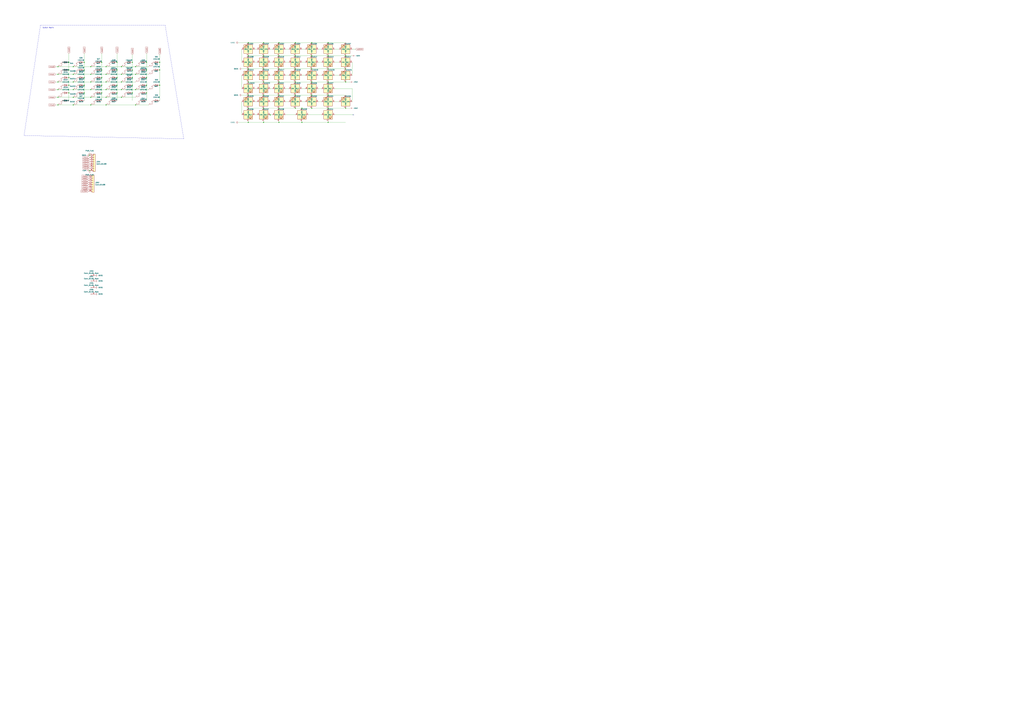
<source format=kicad_sch>
(kicad_sch (version 20211123) (generator eeschema)
  (paper "A0")
  (junction (at 170.18 72.39))
  (junction (at 323.85 49.53))
  (junction (at 288.29 110.49))
  (junction (at 342.9 95.25))
  (junction (at 323.85 142.24))
  (junction (at 135.89 81.28))
  (junction (at 85.09 95.25))
  (junction (at 67.31 113.03))
  (junction (at 381 80.01))
  (junction (at 140.97 113.03))
  (junction (at 67.31 121.92))
  (junction (at 97.79 107.95))
  (junction (at 105.41 77.47))
  (junction (at 118.11 81.28))
  (junction (at 306.07 49.53))
  (junction (at 104.14 180.34))
  (junction (at 306.07 110.49))
  (junction (at 80.01 107.95))
  (junction (at 323.85 95.25))
  (junction (at 153.67 90.17))
  (junction (at 140.97 77.47))
  (junction (at 118.11 72.39))
  (junction (at 105.41 113.03))
  (junction (at 306.07 142.24))
  (junction (at 381 95.25))
  (junction (at 185.42 72.39))
  (junction (at 361.95 95.25))
  (junction (at 85.09 86.36))
  (junction (at 350.52 142.24))
  (junction (at 97.79 99.06))
  (junction (at 342.9 125.73))
  (junction (at 381 142.24))
  (junction (at 288.29 125.73))
  (junction (at 288.29 95.25))
  (junction (at 288.29 80.01))
  (junction (at 381 49.53))
  (junction (at 170.18 81.28))
  (junction (at 67.31 77.47))
  (junction (at 135.89 99.06))
  (junction (at 85.09 104.14))
  (junction (at 140.97 95.25))
  (junction (at 361.95 110.49))
  (junction (at 105.41 86.36))
  (junction (at 381 64.77))
  (junction (at 157.48 121.92))
  (junction (at 135.89 107.95))
  (junction (at 342.9 49.53))
  (junction (at 361.95 49.53))
  (junction (at 401.32 64.77))
  (junction (at 85.09 113.03))
  (junction (at 135.89 90.17))
  (junction (at 97.79 72.39))
  (junction (at 323.85 80.01))
  (junction (at 85.09 77.47))
  (junction (at 313.69 133.35))
  (junction (at 123.19 77.47))
  (junction (at 361.95 80.01))
  (junction (at 80.01 99.06))
  (junction (at 80.01 90.17))
  (junction (at 342.9 110.49))
  (junction (at 123.19 121.92))
  (junction (at 323.85 125.73))
  (junction (at 140.97 104.14))
  (junction (at 157.48 86.36))
  (junction (at 153.67 72.39))
  (junction (at 153.67 99.06))
  (junction (at 80.01 81.28))
  (junction (at 306.07 95.25))
  (junction (at 97.79 81.28))
  (junction (at 288.29 64.77))
  (junction (at 342.9 80.01))
  (junction (at 323.85 110.49))
  (junction (at 170.18 99.06))
  (junction (at 123.19 104.14))
  (junction (at 288.29 49.53))
  (junction (at 153.67 107.95))
  (junction (at 361.95 64.77))
  (junction (at 67.31 95.25))
  (junction (at 85.09 121.92))
  (junction (at 118.11 90.17))
  (junction (at 97.79 90.17))
  (junction (at 401.32 80.01))
  (junction (at 381 125.73))
  (junction (at 185.42 81.28))
  (junction (at 157.48 104.14))
  (junction (at 123.19 86.36))
  (junction (at 306.07 80.01))
  (junction (at 288.29 142.24))
  (junction (at 67.31 104.14))
  (junction (at 67.31 86.36))
  (junction (at 157.48 77.47))
  (junction (at 153.67 81.28))
  (junction (at 123.19 95.25))
  (junction (at 105.41 121.92))
  (junction (at 118.11 99.06))
  (junction (at 118.11 107.95))
  (junction (at 361.95 125.73))
  (junction (at 401.32 125.73))
  (junction (at 185.42 99.06))
  (junction (at 105.41 95.25))
  (junction (at 342.9 64.77))
  (junction (at 323.85 64.77))
  (junction (at 401.32 95.25))
  (junction (at 170.18 90.17))
  (junction (at 105.41 104.14))
  (junction (at 306.07 125.73))
  (junction (at 80.01 72.39))
  (junction (at 140.97 86.36))
  (junction (at 135.89 72.39))
  (junction (at 170.18 107.95))
  (junction (at 381 110.49))
  (junction (at 306.07 64.77))
  (junction (at 104.14 198.12))
  (junction (at 123.19 113.03))
  (junction (at 350.52 125.73))
  (no_connect (at 410.21 133.35))
  (wire (pts (xy 381 142.24) (xy 381 140.97)))
  (wire (pts (xy 298.45 118.11) (xy 295.91 118.11)))
  (wire (pts (xy 80.01 90.17) (xy 80.01 99.06)))
  (wire (pts (xy 323.85 64.77) (xy 342.9 64.77)))
  (wire (pts (xy 316.23 133.35) (xy 313.69 133.35)))
  (wire (pts (xy 288.29 142.24) (xy 306.07 142.24)))
  (wire (pts (xy 185.42 63.5) (xy 185.42 72.39)))
  (wire (pts (xy 135.89 107.95) (xy 135.89 99.06)))
  (wire (pts (xy 354.33 102.87) (xy 350.52 102.87)))
  (wire (pts (xy 276.86 49.53) (xy 288.29 49.53)))
  (wire (pts (xy 342.9 125.73) (xy 350.52 125.73)))
  (wire (pts (xy 140.97 95.25) (xy 157.48 95.25)))
  (wire (pts (xy 140.97 104.14) (xy 157.48 104.14)))
  (wire (pts (xy 67.31 77.47) (xy 85.09 77.47)))
  (wire (pts (xy 373.38 72.39) (xy 369.57 72.39)))
  (wire (pts (xy 80.01 99.06) (xy 80.01 107.95)))
  (wire (pts (xy 335.28 57.15) (xy 331.47 57.15)))
  (wire (pts (xy 350.52 142.24) (xy 381 142.24)))
  (wire (pts (xy 381 49.53) (xy 401.32 49.53)))
  (wire (pts (xy 135.89 99.06) (xy 135.89 90.17)))
  (wire (pts (xy 393.7 87.63) (xy 388.62 87.63)))
  (wire (pts (xy 123.19 104.14) (xy 140.97 104.14)))
  (wire (pts (xy 350.52 125.73) (xy 361.95 125.73)))
  (wire (pts (xy 170.18 107.95) (xy 170.18 116.84)))
  (wire (pts (xy 381 64.77) (xy 401.32 64.77)))
  (wire (pts (xy 105.41 95.25) (xy 123.19 95.25)))
  (wire (pts (xy 123.19 121.92) (xy 157.48 121.92)))
  (wire (pts (xy 85.09 113.03) (xy 105.41 113.03)))
  (wire (pts (xy 306.07 110.49) (xy 323.85 110.49)))
  (wire (pts (xy 288.29 80.01) (xy 306.07 80.01)))
  (wire (pts (xy 373.38 57.15) (xy 369.57 57.15)))
  (wire (pts (xy 85.09 86.36) (xy 105.41 86.36)))
  (wire (pts (xy 373.38 102.87) (xy 369.57 102.87)))
  (wire (pts (xy 280.67 118.11) (xy 280.67 133.35)))
  (wire (pts (xy 64.77 121.92) (xy 67.31 121.92)))
  (wire (pts (xy 140.97 113.03) (xy 157.48 113.03)))
  (wire (pts (xy 388.62 133.35) (xy 410.21 133.35)))
  (wire (pts (xy 323.85 95.25) (xy 342.9 95.25)))
  (wire (pts (xy 306.07 95.25) (xy 323.85 95.25)))
  (wire (pts (xy 316.23 102.87) (xy 313.69 102.87)))
  (wire (pts (xy 298.45 133.35) (xy 295.91 133.35)))
  (wire (pts (xy 401.32 64.77) (xy 408.94 64.77)))
  (wire (pts (xy 406.4 125.73) (xy 401.32 125.73)))
  (wire (pts (xy 97.79 62.23) (xy 97.79 72.39)))
  (wire (pts (xy 306.07 142.24) (xy 306.07 140.97)))
  (wire (pts (xy 408.94 57.15) (xy 412.75 57.15)))
  (wire (pts (xy 170.18 90.17) (xy 170.18 99.06)))
  (wire (pts (xy 97.79 107.95) (xy 97.79 116.84)))
  (wire (pts (xy 85.09 121.92) (xy 105.41 121.92)))
  (wire (pts (xy 408.94 72.39) (xy 408.94 87.63)))
  (wire (pts (xy 123.19 95.25) (xy 140.97 95.25)))
  (wire (pts (xy 288.29 64.77) (xy 306.07 64.77)))
  (wire (pts (xy 316.23 57.15) (xy 313.69 57.15)))
  (wire (pts (xy 288.29 110.49) (xy 306.07 110.49)))
  (wire (pts (xy 354.33 72.39) (xy 350.52 72.39)))
  (wire (pts (xy 135.89 90.17) (xy 135.89 81.28)))
  (wire (pts (xy 157.48 86.36) (xy 172.72 86.36)))
  (wire (pts (xy 373.38 118.11) (xy 369.57 118.11)))
  (wire (pts (xy 80.01 107.95) (xy 80.01 116.84)))
  (wire (pts (xy 97.79 81.28) (xy 97.79 90.17)))
  (wire (pts (xy 354.33 87.63) (xy 350.52 87.63)))
  (wire (pts (xy 64.77 113.03) (xy 67.31 113.03)))
  (wire (pts (xy 350.52 140.97) (xy 350.52 142.24)))
  (wire (pts (xy 381 110.49) (xy 401.32 110.49)))
  (wire (pts (xy 335.28 72.39) (xy 331.47 72.39)))
  (wire (pts (xy 153.67 81.28) (xy 153.67 90.17)))
  (wire (pts (xy 335.28 118.11) (xy 331.47 118.11)))
  (wire (pts (xy 280.67 72.39) (xy 280.67 57.15)))
  (wire (pts (xy 393.7 72.39) (xy 388.62 72.39)))
  (wire (pts (xy 80.01 72.39) (xy 80.01 81.28)))
  (wire (pts (xy 153.67 72.39) (xy 153.67 81.28)))
  (wire (pts (xy 170.18 62.23) (xy 170.18 72.39)))
  (wire (pts (xy 361.95 110.49) (xy 381 110.49)))
  (wire (pts (xy 170.18 99.06) (xy 170.18 107.95)))
  (wire (pts (xy 118.11 90.17) (xy 118.11 99.06)))
  (wire (pts (xy 313.69 133.35) (xy 313.69 134.62)))
  (wire (pts (xy 280.67 110.49) (xy 288.29 110.49)))
  (wire (pts (xy 105.41 121.92) (xy 123.19 121.92)))
  (wire (pts (xy 97.79 99.06) (xy 97.79 107.95)))
  (wire (pts (xy 393.7 118.11) (xy 388.62 118.11)))
  (wire (pts (xy 361.95 64.77) (xy 381 64.77)))
  (wire (pts (xy 64.77 86.36) (xy 67.31 86.36)))
  (wire (pts (xy 316.23 118.11) (xy 313.69 118.11)))
  (wire (pts (xy 306.07 142.24) (xy 323.85 142.24)))
  (wire (pts (xy 288.29 125.73) (xy 306.07 125.73)))
  (wire (pts (xy 298.45 72.39) (xy 295.91 72.39)))
  (wire (pts (xy 323.85 142.24) (xy 323.85 140.97)))
  (wire (pts (xy 153.67 90.17) (xy 153.67 99.06)))
  (wire (pts (xy 64.77 104.14) (xy 67.31 104.14)))
  (wire (pts (xy 67.31 121.92) (xy 85.09 121.92)))
  (wire (pts (xy 381 95.25) (xy 401.32 95.25)))
  (wire (pts (xy 67.31 95.25) (xy 85.09 95.25)))
  (polyline (pts (xy 191.77 29.21) (xy 213.36 161.29)))
  (wire (pts (xy 97.79 72.39) (xy 97.79 81.28)))
  (wire (pts (xy 185.42 72.39) (xy 185.42 81.28)))
  (wire (pts (xy 323.85 125.73) (xy 306.07 125.73)))
  (wire (pts (xy 67.31 104.14) (xy 85.09 104.14)))
  (wire (pts (xy 335.28 87.63) (xy 331.47 87.63)))
  (wire (pts (xy 280.67 87.63) (xy 280.67 102.87)))
  (wire (pts (xy 64.77 95.25) (xy 67.31 95.25)))
  (wire (pts (xy 288.29 142.24) (xy 288.29 140.97)))
  (wire (pts (xy 361.95 95.25) (xy 381 95.25)))
  (wire (pts (xy 298.45 87.63) (xy 295.91 87.63)))
  (wire (pts (xy 64.77 77.47) (xy 67.31 77.47)))
  (wire (pts (xy 97.79 90.17) (xy 97.79 99.06)))
  (wire (pts (xy 316.23 87.63) (xy 313.69 87.63)))
  (wire (pts (xy 323.85 110.49) (xy 342.9 110.49)))
  (wire (pts (xy 306.07 80.01) (xy 323.85 80.01)))
  (wire (pts (xy 85.09 95.25) (xy 105.41 95.25)))
  (wire (pts (xy 323.85 125.73) (xy 342.9 125.73)))
  (wire (pts (xy 85.09 77.47) (xy 105.41 77.47)))
  (wire (pts (xy 123.19 86.36) (xy 140.97 86.36)))
  (wire (pts (xy 381 142.24) (xy 401.32 142.24)))
  (wire (pts (xy 170.18 81.28) (xy 170.18 90.17)))
  (wire (pts (xy 105.41 113.03) (xy 123.19 113.03)))
  (wire (pts (xy 118.11 107.95) (xy 118.11 116.84)))
  (wire (pts (xy 288.29 95.25) (xy 306.07 95.25)))
  (wire (pts (xy 408.94 102.87) (xy 408.94 118.11)))
  (wire (pts (xy 306.07 64.77) (xy 323.85 64.77)))
  (wire (pts (xy 354.33 57.15) (xy 350.52 57.15)))
  (polyline (pts (xy 213.36 161.29) (xy 27.94 157.48)))
  (wire (pts (xy 85.09 104.14) (xy 105.41 104.14)))
  (wire (pts (xy 276.86 142.24) (xy 288.29 142.24)))
  (wire (pts (xy 342.9 49.53) (xy 361.95 49.53)))
  (wire (pts (xy 361.95 80.01) (xy 381 80.01)))
  (wire (pts (xy 342.9 64.77) (xy 361.95 64.77)))
  (wire (pts (xy 331.47 133.35) (xy 342.9 133.35)))
  (wire (pts (xy 123.19 113.03) (xy 140.97 113.03)))
  (wire (pts (xy 105.41 77.47) (xy 123.19 77.47)))
  (wire (pts (xy 288.29 49.53) (xy 306.07 49.53)))
  (wire (pts (xy 358.14 133.35) (xy 373.38 133.35)))
  (wire (pts (xy 323.85 49.53) (xy 342.9 49.53)))
  (wire (pts (xy 118.11 81.28) (xy 118.11 90.17)))
  (wire (pts (xy 153.67 107.95) (xy 153.67 116.84)))
  (wire (pts (xy 135.89 72.39) (xy 135.89 81.28)))
  (wire (pts (xy 185.42 81.28) (xy 185.42 99.06)))
  (wire (pts (xy 316.23 72.39) (xy 313.69 72.39)))
  (wire (pts (xy 373.38 87.63) (xy 369.57 87.63)))
  (wire (pts (xy 361.95 125.73) (xy 381 125.73)))
  (wire (pts (xy 105.41 86.36) (xy 123.19 86.36)))
  (wire (pts (xy 393.7 57.15) (xy 388.62 57.15)))
  (wire (pts (xy 298.45 57.15) (xy 295.91 57.15)))
  (wire (pts (xy 67.31 86.36) (xy 85.09 86.36)))
  (wire (pts (xy 298.45 102.87) (xy 295.91 102.87)))
  (wire (pts (xy 118.11 99.06) (xy 118.11 107.95)))
  (wire (pts (xy 342.9 110.49) (xy 361.95 110.49)))
  (wire (pts (xy 323.85 80.01) (xy 342.9 80.01)))
  (wire (pts (xy 135.89 107.95) (xy 135.89 116.84)))
  (wire (pts (xy 118.11 62.23) (xy 118.11 72.39)))
  (wire (pts (xy 157.48 104.14) (xy 172.72 104.14)))
  (wire (pts (xy 123.19 77.47) (xy 140.97 77.47)))
  (wire (pts (xy 157.48 77.47) (xy 172.72 77.47)))
  (wire (pts (xy 135.89 62.23) (xy 135.89 72.39)))
  (wire (pts (xy 153.67 99.06) (xy 153.67 107.95)))
  (wire (pts (xy 335.28 102.87) (xy 331.47 102.87)))
  (wire (pts (xy 361.95 49.53) (xy 381 49.53)))
  (wire (pts (xy 153.67 63.5) (xy 153.67 72.39)))
  (wire (pts (xy 342.9 95.25) (xy 361.95 95.25)))
  (wire (pts (xy 323.85 142.24) (xy 350.52 142.24)))
  (wire (pts (xy 185.42 99.06) (xy 185.42 116.84)))
  (wire (pts (xy 401.32 95.25) (xy 406.4 95.25)))
  (wire (pts (xy 67.31 113.03) (xy 85.09 113.03)))
  (wire (pts (xy 280.67 80.01) (xy 288.29 80.01)))
  (wire (pts (xy 381 125.73) (xy 401.32 125.73)))
  (wire (pts (xy 157.48 121.92) (xy 172.72 121.92)))
  (polyline (pts (xy 46.99 29.21) (xy 27.94 157.48)))
  (wire (pts (xy 140.97 86.36) (xy 157.48 86.36)))
  (wire (pts (xy 354.33 118.11) (xy 350.52 118.11)))
  (wire (pts (xy 388.62 102.87) (xy 408.94 102.87)))
  (polyline (pts (xy 46.99 29.21) (xy 191.77 29.21)))
  (wire (pts (xy 381 80.01) (xy 401.32 80.01)))
  (wire (pts (xy 306.07 49.53) (xy 323.85 49.53)))
  (wire (pts (xy 170.18 72.39) (xy 170.18 81.28)))
  (wire (pts (xy 140.97 77.47) (xy 157.48 77.47)))
  (wire (pts (xy 342.9 80.01) (xy 361.95 80.01)))
  (wire (pts (xy 118.11 72.39) (xy 118.11 81.28)))
  (wire (pts (xy 80.01 62.23) (xy 80.01 72.39)))
  (wire (pts (xy 105.41 104.14) (xy 123.19 104.14)))
  (wire (pts (xy 80.01 81.28) (xy 80.01 90.17)))
  (text "Switch Matrix" (at 49.53 33.02 0) (effects (font (size 1.27 1.27)) (justify left bottom)))
  (global_label "nrow2" (shape input) (at 64.77 95.25 180) (property "Intersheet References" "${INTERSHEET_REFS}" (effects hide)))
  (global_label "nrow5" (shape input) (at 104.14 193.04 180) (property "Intersheet References" "${INTERSHEET_REFS}" (effects hide)))
  (global_label "ncol4" (shape input) (at 153.67 63.5 90) (property "Intersheet References" "${INTERSHEET_REFS}" (effects hide)))
  (global_label "nLEDIN" (shape input) (at 102.87 222.25 180) (property "Intersheet References" "${INTERSHEET_REFS}" (effects hide)))
  (global_label "nrow1" (shape input) (at 64.77 86.36 180) (property "Intersheet References" "${INTERSHEET_REFS}" (effects hide)))
  (global_label "ncol5" (shape input) (at 102.87 217.17 180) (property "Intersheet References" "${INTERSHEET_REFS}" (effects hide)))
  (global_label "ncol1" (shape input) (at 97.79 62.23 90) (property "Intersheet References" "${INTERSHEET_REFS}" (effects hide)))
  (global_label "ncol1" (shape input) (at 102.87 207.01 180) (property "Intersheet References" "${INTERSHEET_REFS}" (effects hide)))
  (global_label "nrow5" (shape input) (at 64.77 121.92 180) (property "Intersheet References" "${INTERSHEET_REFS}" (effects hide)))
  (global_label "ncol0" (shape input) (at 102.87 204.47 180) (property "Intersheet References" "${INTERSHEET_REFS}" (effects hide)))
  (global_label "ncol6" (shape input) (at 185.42 63.5 90) (property "Intersheet References" "${INTERSHEET_REFS}" (effects hide)))
  (global_label "nrow3" (shape input) (at 64.77 104.14 180) (property "Intersheet References" "${INTERSHEET_REFS}" (effects hide)))
  (global_label "nrow4" (shape input) (at 104.14 190.5 180) (property "Intersheet References" "${INTERSHEET_REFS}" (effects hide)))
  (global_label "ncol2" (shape input) (at 102.87 209.55 180) (property "Intersheet References" "${INTERSHEET_REFS}" (effects hide)))
  (global_label "nrow3" (shape input) (at 104.14 187.96 180) (property "Intersheet References" "${INTERSHEET_REFS}" (effects hide)))
  (global_label "ncol0" (shape input) (at 80.01 62.23 90) (property "Intersheet References" "${INTERSHEET_REFS}" (effects hide)))
  (global_label "nrow2" (shape input) (at 104.14 185.42 180) (property "Intersheet References" "${INTERSHEET_REFS}" (effects hide)))
  (global_label "ncol2" (shape input) (at 118.11 62.23 90) (property "Intersheet References" "${INTERSHEET_REFS}" (effects hide)))
  (global_label "ncol6" (shape input) (at 102.87 219.71 180) (property "Intersheet References" "${INTERSHEET_REFS}" (effects hide)))
  (global_label "nrow0" (shape input) (at 64.77 77.47 180) (property "Intersheet References" "${INTERSHEET_REFS}" (effects hide)))
  (global_label "ncol3" (shape input) (at 102.87 212.09 180) (property "Intersheet References" "${INTERSHEET_REFS}" (effects hide)))
  (global_label "ncol3" (shape input) (at 135.89 62.23 90) (property "Intersheet References" "${INTERSHEET_REFS}" (effects hide)))
  (global_label "ncol4" (shape input) (at 102.87 214.63 180) (property "Intersheet References" "${INTERSHEET_REFS}" (effects hide)))
  (global_label "nrow0" (shape input) (at 104.14 195.58 180) (property "Intersheet References" "${INTERSHEET_REFS}" (effects hide)))
  (global_label "nrow4" (shape input) (at 64.77 113.03 180) (property "Intersheet References" "${INTERSHEET_REFS}" (effects hide)))
  (global_label "ncol5" (shape input) (at 170.18 62.23 90) (property "Intersheet References" "${INTERSHEET_REFS}" (effects hide)))
  (global_label "nLEDIN" (shape input) (at 412.75 57.15 0) (property "Intersheet References" "${INTERSHEET_REFS}" (effects hide)))
  (global_label "nrow1" (shape input) (at 104.14 182.88 180) (property "Intersheet References" "${INTERSHEET_REFS}" (effects hide)))
  (symbol (lib_id "marbastlib-mx:MX_SK6812MINI-E") (at 361.95 87.63 180) (unit 1)
    (property "Reference" "LED219" (at 365.76 81.28 0))
    (property "Value" "MX_SK6812MINI-E" (effects hide))
    (property "Footprint" "marbastlib-mx:LED_MX_6028R" (effects hide))
  )
  (symbol (lib_id "Diode:1N4148") (at 181.61 72.39 180) (unit 1)
    (property "Reference" "D31" (at 181.61 66.04 0))
    (property "Value" "1N4148" (at 181.61 68.58 0))
    (property "Footprint" "custom:D_DO-35_SOD27_P7.62mm_Horizontal_NoSilk" (effects hide))
    (property "Datasheet" "https://assets.nexperia.com/documents/data-sheet/1N4148_1N4448.pdf" (effects hide))
  )
  (symbol (lib_id "Diode:1N4148") (at 149.86 107.95 180) (unit 1)
    (property "Reference" "D233" (at 149.86 101.6 0))
    (property "Value" "1N4148" (at 149.86 104.14 0))
    (property "Footprint" "custom:D_DO-35_SOD27_P7.62mm_Horizontal_NoSilk" (effects hide))
    (property "Datasheet" "https://assets.nexperia.com/documents/data-sheet/1N4148_1N4448.pdf" (effects hide))
  )
  (symbol (lib_id "Connector_Generic:Conn_01x08") (at 109.22 187.96 0) (unit 1)
    (property "Reference" "J201" (at 111.76 187.9599 0) (effects (justify left)))
    (property "Value" "Conn_01x08" (at 111.76 190.4999 0) (effects (justify left)))
    (property "Footprint" "Connector_PinHeader_2.54mm:PinHeader_1x08_P2.54mm_Vertical" (effects hide))
  )
  (symbol (lib_id "power:+5VA") (at 406.4 125.73 270) (unit 1)
    (property "Reference" "#PWR0128" (effects hide))
    (property "Value" "+5VA" (at 410.21 125.7299 90) (effects (justify left)))
  )
  (symbol (lib_id "marbastlib-mx:MX_SW_HS") (at 107.95 92.71 270) (unit 1)
    (property "Reference" "SW217" (at 111.76 91.4399 90) (effects (justify left)))
    (property "Value" "MX_SW_HS" (effects hide))
    (property "Footprint" "marbastlib-mx:SW_MX_HS_1u" (effects hide))
  )
  (symbol (lib_id "marbastlib-mx:MX_SK6812MINI-E") (at 288.29 133.35 0) (unit 1)
    (property "Reference" "LED236" (at 290.83 127 0))
    (property "Value" "MX_SK6812MINI-E" (effects hide))
    (property "Footprint" "marbastlib-mx:LED_MX_6028R-FLIPPED" (effects hide))
  )
  (symbol (lib_id "marbastlib-mx:MX_SK6812MINI-E") (at 288.29 72.39 0) (unit 1)
    (property "Reference" "LED208" (at 290.83 66.04 0))
    (property "Value" "MX_SK6812MINI-E" (effects hide))
    (property "Footprint" "marbastlib-mx:LED_MX_6028R-FLIPPED" (effects hide))
  )
  (symbol (lib_id "Diode:1N4148") (at 181.61 81.28 180) (unit 1)
    (property "Reference" "D32" (at 181.61 74.93 0))
    (property "Value" "1N4148" (at 181.61 77.47 0))
    (property "Footprint" "custom:D_DO-35_SOD27_P7.62mm_Horizontal_NoSilk" (effects hide))
    (property "Datasheet" "https://assets.nexperia.com/documents/data-sheet/1N4148_1N4448.pdf" (effects hide))
  )
  (symbol (lib_id "Diode:1N4148") (at 114.3 90.17 180) (unit 1)
    (property "Reference" "D217" (at 114.3 83.82 0))
    (property "Value" "1N4148" (at 114.3 86.36 0))
    (property "Footprint" "custom:D_DO-35_SOD27_P7.62mm_Horizontal_NoSilk" (effects hide))
    (property "Datasheet" "https://assets.nexperia.com/documents/data-sheet/1N4148_1N4448.pdf" (effects hide))
  )
  (symbol (lib_id "Diode:1N4148") (at 181.61 116.84 180) (unit 1)
    (property "Reference" "D35" (at 181.61 110.49 0))
    (property "Value" "1N4148" (at 181.61 113.03 0))
    (property "Footprint" "custom:D_DO-35_SOD27_P7.62mm_Horizontal_NoSilk" (effects hide))
    (property "Datasheet" "https://assets.nexperia.com/documents/data-sheet/1N4148_1N4448.pdf" (effects hide))
  )
  (symbol (lib_id "marbastlib-mx:MX_SK6812MINI-E") (at 306.07 133.35 0) (unit 1)
    (property "Reference" "LED237" (at 308.61 127 0))
    (property "Value" "MX_SK6812MINI-E" (effects hide))
    (property "Footprint" "marbastlib-mx:LED_MX_6028R-FLIPPED" (effects hide))
  )
  (symbol (lib_id "Diode:1N4148") (at 76.2 90.17 180) (unit 1)
    (property "Reference" "D215" (at 76.2 83.82 0))
    (property "Value" "1N4148" (at 76.2 86.36 0))
    (property "Footprint" "custom:D_DO-35_SOD27_P7.62mm_Horizontal_NoSilk" (effects hide))
    (property "Datasheet" "https://assets.nexperia.com/documents/data-sheet/1N4148_1N4448.pdf" (effects hide))
  )
  (symbol (lib_id "marbastlib-mx:MX_SK6812MINI-E") (at 401.32 118.11 180) (unit 1)
    (property "Reference" "LED235" (at 403.86 111.76 0))
    (property "Value" "MX_SK6812MINI-E" (effects hide))
    (property "Footprint" "marbastlib-mx:LED_MX_6028R" (effects hide))
  )
  (symbol (lib_id "marbastlib-mx:MX_SW_HS") (at 107.95 74.93 270) (unit 1)
    (property "Reference" "SW3" (at 111.76 73.6599 90) (effects (justify left)))
    (property "Value" "MX_SW_HS" (effects hide))
    (property "Footprint" "marbastlib-mx:SW_MX_HS_1u" (effects hide))
  )
  (symbol (lib_id "power:+5VA") (at 408.94 64.77 270) (unit 1)
    (property "Reference" "#PWR0129" (effects hide))
    (property "Value" "+5VA" (at 412.75 64.7699 90) (effects (justify left)))
  )
  (symbol (lib_id "marbastlib-mx:MX_SW_HS") (at 69.85 101.6 270) (unit 1)
    (property "Reference" "SW222" (at 81.28 100.3299 90) (effects (justify left)))
    (property "Value" "MX_SW_HS" (effects hide))
    (property "Footprint" "marbastlib-mx:SW_MX_HS_1u" (effects hide))
  )
  (symbol (lib_id "marbastlib-mx:MX_SK6812MINI-E") (at 381 102.87 0) (unit 1)
    (property "Reference" "LED227" (at 383.54 96.52 0))
    (property "Value" "MX_SK6812MINI-E" (effects hide))
    (property "Footprint" "marbastlib-mx:LED_MX_6028R-FLIPPED" (effects hide))
  )
  (symbol (lib_id "Diode:1N4148") (at 93.98 90.17 180) (unit 1)
    (property "Reference" "D216" (at 93.98 83.82 0))
    (property "Value" "1N4148" (at 93.98 86.36 0))
    (property "Footprint" "custom:D_DO-35_SOD27_P7.62mm_Horizontal_NoSilk" (effects hide))
    (property "Datasheet" "https://assets.nexperia.com/documents/data-sheet/1N4148_1N4448.pdf" (effects hide))
  )
  (symbol (lib_id "marbastlib-mx:MX_SK6812MINI-E") (at 288.29 102.87 0) (unit 1)
    (property "Reference" "LED222" (at 292.1 96.52 0))
    (property "Value" "MX_SK6812MINI-E" (effects hide))
    (property "Footprint" "marbastlib-mx:LED_MX_6028R-FLIPPED" (effects hide))
  )
  (symbol (lib_id "power:GND1") (at 104.14 180.34 270) (unit 1)
    (property "Reference" "#PWR0117" (effects hide))
    (property "Value" "GND1" (at 100.33 180.3399 90) (effects (justify right)))
  )
  (symbol (lib_id "marbastlib-mx:MX_SW_HS") (at 87.63 110.49 270) (unit 1)
    (property "Reference" "SW230" (at 91.44 109.2199 90) (effects (justify left)))
    (property "Value" "MX_SW_HS" (effects hide))
    (property "Footprint" "marbastlib-mx:SW_MX_HS_1u" (effects hide))
  )
  (symbol (lib_id "marbastlib-mx:MX_SK6812MINI-E") (at 288.29 57.15 180) (unit 1)
    (property "Reference" "LED201" (at 290.83 50.8 0))
    (property "Value" "MX_SK6812MINI-E" (effects hide))
    (property "Footprint" "marbastlib-mx:LED_MX_6028R" (effects hide))
  )
  (symbol (lib_id "Diode:1N4148") (at 114.3 99.06 180) (unit 1)
    (property "Reference" "D224" (at 114.3 92.71 0))
    (property "Value" "1N4148" (at 114.3 95.25 0))
    (property "Footprint" "custom:D_DO-35_SOD27_P7.62mm_Horizontal_NoSilk" (effects hide))
    (property "Datasheet" "https://assets.nexperia.com/documents/data-sheet/1N4148_1N4448.pdf" (effects hide))
  )
  (symbol (lib_id "Diode:1N4148") (at 149.86 90.17 180) (unit 1)
    (property "Reference" "D219" (at 149.86 87.63 0))
    (property "Value" "1N4148" (at 149.86 86.36 0))
    (property "Footprint" "custom:D_DO-35_SOD27_P7.62mm_Horizontal_NoSilk" (effects hide))
    (property "Datasheet" "https://assets.nexperia.com/documents/data-sheet/1N4148_1N4448.pdf" (effects hide))
  )
  (symbol (lib_id "marbastlib-mx:MX_SK6812MINI-E") (at 342.9 118.11 180) (unit 1)
    (property "Reference" "LED232" (at 345.44 111.76 0))
    (property "Value" "MX_SK6812MINI-E" (effects hide))
    (property "Footprint" "marbastlib-mx:LED_MX_6028R" (effects hide))
  )
  (symbol (lib_id "marbastlib-mx:MX_SW_HS") (at 69.85 110.49 270) (unit 1)
    (property "Reference" "SW229" (at 81.28 109.2199 90) (effects (justify left)))
    (property "Value" "MX_SW_HS" (effects hide))
    (property "Footprint" "marbastlib-mx:SW_MX_HS_1u" (effects hide))
  )
  (symbol (lib_id "marbastlib-mx:MX_SW_HS") (at 143.51 74.93 270) (unit 1)
    (property "Reference" "SW5" (at 147.32 73.6599 90) (effects (justify left)))
    (property "Value" "MX_SW_HS" (effects hide))
    (property "Footprint" "marbastlib-mx:SW_MX_HS_1u" (effects hide))
  )
  (symbol (lib_id "marbastlib-mx:MX_SK6812MINI-E") (at 381 57.15 180) (unit 1)
    (property "Reference" "LED206" (at 383.54 50.8 0))
    (property "Value" "MX_SK6812MINI-E" (effects hide))
    (property "Footprint" "marbastlib-mx:LED_MX_6028R" (effects hide))
  )
  (symbol (lib_id "marbastlib-mx:MX_SW_HS") (at 143.51 83.82 270) (unit 1)
    (property "Reference" "SW212" (at 147.32 82.5499 90) (effects (justify left)))
    (property "Value" "MX_SW_HS" (effects hide))
    (property "Footprint" "marbastlib-mx:SW_MX_HS_1u" (effects hide))
  )
  (symbol (lib_id "marbastlib-mx:MX_SK6812MINI-E") (at 306.07 57.15 180) (unit 1)
    (property "Reference" "LED202" (at 308.61 50.8 0))
    (property "Value" "MX_SK6812MINI-E" (effects hide))
    (property "Footprint" "marbastlib-mx:LED_MX_6028R" (effects hide))
  )
  (symbol (lib_id "Connector:Conn_01x01_Male") (at 105.41 320.04 0) (unit 1)
    (property "Reference" "J203" (at 106.045 314.96 0))
    (property "Value" "Conn_01x01_Male" (at 106.045 317.5 0))
    (property "Footprint" "MountingHole:MountingHole_3.2mm_M3_DIN965_Pad" (effects hide))
  )
  (symbol (lib_id "marbastlib-mx:MX_SW_HS") (at 125.73 83.82 270) (unit 1)
    (property "Reference" "SW211" (at 129.54 82.5499 90) (effects (justify left)))
    (property "Value" "MX_SW_HS" (effects hide))
    (property "Footprint" "marbastlib-mx:SW_MX_HS_1u" (effects hide))
  )
  (symbol (lib_id "marbastlib-mx:MX_SW_HS") (at 87.63 119.38 270) (unit 1)
    (property "Reference" "SW19" (at 91.44 118.1099 90) (effects (justify left)))
    (property "Value" "MX_SW_HS" (effects hide))
    (property "Footprint" "marbastlib-mx:SW_MX_HS_1u" (effects hide))
  )
  (symbol (lib_id "Diode:1N4148") (at 132.08 107.95 180) (unit 1)
    (property "Reference" "D232" (at 132.08 101.6 0))
    (property "Value" "1N4148" (at 132.08 104.14 0))
    (property "Footprint" "custom:D_DO-35_SOD27_P7.62mm_Horizontal_NoSilk" (effects hide))
    (property "Datasheet" "https://assets.nexperia.com/documents/data-sheet/1N4148_1N4448.pdf" (effects hide))
  )
  (symbol (lib_id "Diode:1N4148") (at 93.98 107.95 180) (unit 1)
    (property "Reference" "D230" (at 93.98 101.6 0))
    (property "Value" "1N4148" (at 93.98 104.14 0))
    (property "Footprint" "custom:D_DO-35_SOD27_P7.62mm_Horizontal_NoSilk" (effects hide))
    (property "Datasheet" "https://assets.nexperia.com/documents/data-sheet/1N4148_1N4448.pdf" (effects hide))
  )
  (symbol (lib_id "marbastlib-mx:MX_SK6812MINI-E") (at 401.32 87.63 180) (unit 1)
    (property "Reference" "LED221" (at 405.13 81.28 0))
    (property "Value" "MX_SK6812MINI-E" (effects hide))
    (property "Footprint" "marbastlib-mx:LED_MX_6028R" (effects hide))
  )
  (symbol (lib_id "marbastlib-mx:MX_SK6812MINI-E") (at 323.85 72.39 0) (unit 1)
    (property "Reference" "LED210" (at 326.39 66.04 0))
    (property "Value" "MX_SK6812MINI-E" (effects hide))
    (property "Footprint" "marbastlib-mx:LED_MX_6028R-FLIPPED" (effects hide))
  )
  (symbol (lib_id "Diode:1N4148") (at 166.37 107.95 180) (unit 1)
    (property "Reference" "D234" (at 166.37 101.6 0))
    (property "Value" "1N4148" (at 166.37 104.14 0))
    (property "Footprint" "custom:D_DO-35_SOD27_P7.62mm_Horizontal_NoSilk" (effects hide))
    (property "Datasheet" "https://assets.nexperia.com/documents/data-sheet/1N4148_1N4448.pdf" (effects hide))
  )
  (symbol (lib_id "Diode:1N4148") (at 149.86 72.39 180) (unit 1)
    (property "Reference" "D29" (at 149.86 71.12 0))
    (property "Value" "1N4148" (at 149.86 69.85 0))
    (property "Footprint" "custom:D_DO-35_SOD27_P7.62mm_Horizontal_NoSilk" (effects hide))
    (property "Datasheet" "https://assets.nexperia.com/documents/data-sheet/1N4148_1N4448.pdf" (effects hide))
  )
  (symbol (lib_id "Diode:1N4148") (at 166.37 99.06 180) (unit 1)
    (property "Reference" "D227" (at 166.37 92.71 0))
    (property "Value" "1N4148" (at 166.37 95.25 0))
    (property "Footprint" "custom:D_DO-35_SOD27_P7.62mm_Horizontal_NoSilk" (effects hide))
    (property "Datasheet" "https://assets.nexperia.com/documents/data-sheet/1N4148_1N4448.pdf" (effects hide))
  )
  (symbol (lib_id "marbastlib-mx:MX_SW_HS") (at 125.73 92.71 270) (unit 1)
    (property "Reference" "SW218" (at 129.54 91.4399 90) (effects (justify left)))
    (property "Value" "MX_SW_HS" (effects hide))
    (property "Footprint" "marbastlib-mx:SW_MX_HS_1u" (effects hide))
  )
  (symbol (lib_id "marbastlib-mx:MX_SW_HS") (at 160.02 101.6 270) (unit 1)
    (property "Reference" "SW227" (at 163.83 100.3299 90) (effects (justify left)))
    (property "Value" "MX_SW_HS" (effects hide))
    (property "Footprint" "marbastlib-mx:SW_MX_HS_1u" (effects hide))
  )
  (symbol (lib_id "marbastlib-mx:MX_SK6812MINI-E") (at 361.95 118.11 180) (unit 1)
    (property "Reference" "LED233" (at 364.49 111.76 0))
    (property "Value" "MX_SK6812MINI-E" (effects hide))
    (property "Footprint" "marbastlib-mx:LED_MX_6028R" (effects hide))
  )
  (symbol (lib_id "power:+5VA") (at 406.4 95.25 270) (unit 1)
    (property "Reference" "#PWR0127" (effects hide))
    (property "Value" "+5VA" (at 410.21 95.2499 90) (effects (justify left)))
  )
  (symbol (lib_id "marbastlib-mx:MX_SW_HS") (at 69.85 83.82 270) (unit 1)
    (property "Reference" "SW208" (at 81.28 82.5499 90) (effects (justify left)))
    (property "Value" "MX_SW_HS" (effects hide))
    (property "Footprint" "marbastlib-mx:SW_MX_HS_1u" (effects hide))
  )
  (symbol (lib_id "power:GND1") (at 110.49 334.01 90) (unit 1)
    (property "Reference" "#PWR0124" (effects hide))
    (property "Value" "GND1" (at 114.3 334.0099 90) (effects (justify right)))
  )
  (symbol (lib_id "power:PWR_FLAG") (at 104.14 198.12 180) (unit 1)
    (property "Reference" "#FLG0201" (effects hide))
    (property "Value" "PWR_FLAG" (at 104.14 203.2 0))
  )
  (symbol (lib_id "marbastlib-mx:MX_SK6812MINI-E") (at 361.95 57.15 180) (unit 1)
    (property "Reference" "LED205" (at 364.49 50.8 0))
    (property "Value" "MX_SK6812MINI-E" (effects hide))
    (property "Footprint" "marbastlib-mx:LED_MX_6028R" (effects hide))
  )
  (symbol (lib_id "marbastlib-mx:MX_SW_HS") (at 160.02 83.82 270) (unit 1)
    (property "Reference" "SW213" (at 163.83 82.5499 90) (effects (justify left)))
    (property "Value" "MX_SW_HS" (effects hide))
    (property "Footprint" "marbastlib-mx:SW_MX_HS_1u" (effects hide))
  )
  (symbol (lib_id "power:GND1") (at 276.86 142.24 270) (unit 1)
    (property "Reference" "#PWR0121" (effects hide))
    (property "Value" "GND1" (at 273.05 142.2399 90) (effects (justify right)))
  )
  (symbol (lib_id "marbastlib-mx:MX_SK6812MINI-E") (at 361.95 72.39 0) (unit 1)
    (property "Reference" "LED212" (at 364.49 66.04 0))
    (property "Value" "MX_SK6812MINI-E" (effects hide))
    (property "Footprint" "marbastlib-mx:LED_MX_6028R-FLIPPED" (effects hide))
  )
  (symbol (lib_id "Diode:1N4148") (at 93.98 72.39 180) (unit 1)
    (property "Reference" "D26" (at 93.98 67.31 0))
    (property "Value" "1N4148" (at 93.98 69.85 0))
    (property "Footprint" "custom:D_DO-35_SOD27_P7.62mm_Horizontal_NoSilk" (effects hide))
    (property "Datasheet" "https://assets.nexperia.com/documents/data-sheet/1N4148_1N4448.pdf" (effects hide))
  )
  (symbol (lib_id "marbastlib-mx:MX_SW_HS") (at 160.02 119.38 270) (unit 1)
    (property "Reference" "SW29" (at 163.83 118.1099 90) (effects (justify left)))
    (property "Value" "MX_SW_HS" (effects hide))
    (property "Footprint" "marbastlib-mx:SW_MX_HS_1u" (effects hide))
  )
  (symbol (lib_id "marbastlib-mx:MX_SK6812MINI-E") (at 350.52 133.35 0) (unit 1)
    (property "Reference" "LED239" (at 353.06 127 0))
    (property "Value" "MX_SK6812MINI-E" (effects hide))
    (property "Footprint" "marbastlib-mx:LED_MX_6028R-FLIPPED" (effects hide))
  )
  (symbol (lib_id "Diode:1N4148") (at 93.98 81.28 180) (unit 1)
    (property "Reference" "D209" (at 93.98 76.2 0))
    (property "Value" "1N4148" (at 93.98 78.74 0))
    (property "Footprint" "custom:D_DO-35_SOD27_P7.62mm_Horizontal_NoSilk" (effects hide))
    (property "Datasheet" "https://assets.nexperia.com/documents/data-sheet/1N4148_1N4448.pdf" (effects hide))
  )
  (symbol (lib_id "marbastlib-mx:MX_SK6812MINI-E") (at 306.07 102.87 0) (unit 1)
    (property "Reference" "LED223" (at 309.88 96.52 0))
    (property "Value" "MX_SK6812MINI-E" (effects hide))
    (property "Footprint" "marbastlib-mx:LED_MX_6028R-FLIPPED" (effects hide))
  )
  (symbol (lib_id "marbastlib-mx:MX_SK6812MINI-E") (at 381 133.35 0) (unit 1)
    (property "Reference" "LED241" (at 383.54 127 0))
    (property "Value" "MX_SK6812MINI-E" (effects hide))
    (property "Footprint" "marbastlib-mx:LED_MX_6028R-FLIPPED" (effects hide))
  )
  (symbol (lib_id "Connector:Conn_01x01_Male") (at 105.41 326.39 0) (unit 1)
    (property "Reference" "J204" (at 106.045 321.31 0))
    (property "Value" "Conn_01x01_Male" (at 106.045 323.85 0))
    (property "Footprint" "MountingHole:MountingHole_3.2mm_M3_DIN965_Pad" (effects hide))
  )
  (symbol (lib_id "power:GND1") (at 276.86 49.53 270) (unit 1)
    (property "Reference" "#PWR0119" (effects hide))
    (property "Value" "GND1" (at 273.05 49.5299 90) (effects (justify right)))
  )
  (symbol (lib_id "marbastlib-mx:MX_SK6812MINI-E") (at 342.9 57.15 180) (unit 1)
    (property "Reference" "LED204" (at 345.44 50.8 0))
    (property "Value" "MX_SK6812MINI-E" (effects hide))
    (property "Footprint" "marbastlib-mx:LED_MX_6028R" (effects hide))
  )
  (symbol (lib_id "Diode:1N4148") (at 114.3 72.39 180) (unit 1)
    (property "Reference" "D27" (at 114.3 68.58 0))
    (property "Value" "1N4148" (at 114.3 71.12 0))
    (property "Footprint" "custom:D_DO-35_SOD27_P7.62mm_Horizontal_NoSilk" (effects hide))
    (property "Datasheet" "https://assets.nexperia.com/documents/data-sheet/1N4148_1N4448.pdf" (effects hide))
  )
  (symbol (lib_id "Diode:1N4148") (at 93.98 99.06 180) (unit 1)
    (property "Reference" "D223" (at 93.98 92.71 0))
    (property "Value" "1N4148" (at 93.98 95.25 0))
    (property "Footprint" "custom:D_DO-35_SOD27_P7.62mm_Horizontal_NoSilk" (effects hide))
    (property "Datasheet" "https://assets.nexperia.com/documents/data-sheet/1N4148_1N4448.pdf" (effects hide))
  )
  (symbol (lib_id "marbastlib-mx:MX_SW_HS") (at 69.85 74.93 270) (unit 1)
    (property "Reference" "SW1" (at 81.28 73.6599 90) (effects (justify left)))
    (property "Value" "MX_SW_HS" (effects hide))
    (property "Footprint" "marbastlib-mx:SW_MX_HS_1u" (effects hide))
  )
  (symbol (lib_id "Diode:1N4148") (at 76.2 99.06 180) (unit 1)
    (property "Reference" "D222" (at 76.2 92.71 0))
    (property "Value" "1N4148" (at 76.2 95.25 0))
    (property "Footprint" "custom:D_DO-35_SOD27_P7.62mm_Horizontal_NoSilk" (effects hide))
    (property "Datasheet" "https://assets.nexperia.com/documents/data-sheet/1N4148_1N4448.pdf" (effects hide))
  )
  (symbol (lib_id "power:+5VA") (at 104.14 198.12 90) (unit 1)
    (property "Reference" "#PWR0126" (effects hide))
    (property "Value" "+5VA" (at 100.33 198.1199 90) (effects (justify left)))
  )
  (symbol (lib_id "marbastlib-mx:MX_SW_HS") (at 125.73 101.6 270) (unit 1)
    (property "Reference" "SW225" (at 129.54 100.3299 90) (effects (justify left)))
    (property "Value" "MX_SW_HS" (effects hide))
    (property "Footprint" "marbastlib-mx:SW_MX_HS_1u" (effects hide))
  )
  (symbol (lib_id "Diode:1N4148") (at 149.86 81.28 180) (unit 1)
    (property "Reference" "D212" (at 149.86 80.01 0))
    (property "Value" "1N4148" (at 149.86 78.74 0))
    (property "Footprint" "custom:D_DO-35_SOD27_P7.62mm_Horizontal_NoSilk" (effects hide))
    (property "Datasheet" "https://assets.nexperia.com/documents/data-sheet/1N4148_1N4448.pdf" (effects hide))
  )
  (symbol (lib_id "marbastlib-mx:MX_SW_HS") (at 125.73 74.93 270) (unit 1)
    (property "Reference" "SW4" (at 129.54 73.6599 90) (effects (justify left)))
    (property "Value" "MX_SW_HS" (effects hide))
    (property "Footprint" "marbastlib-mx:SW_MX_HS_1u" (effects hide))
  )
  (symbol (lib_id "power:GND1") (at 280.67 80.01 270) (unit 1)
    (property "Reference" "#PWR0118" (effects hide))
    (property "Value" "GND1" (at 276.86 80.0099 90) (effects (justify right)))
  )
  (symbol (lib_id "Diode:1N4148") (at 166.37 90.17 180) (unit 1)
    (property "Reference" "D220" (at 166.37 83.82 0))
    (property "Value" "1N4148" (at 166.37 86.36 0))
    (property "Footprint" "custom:D_DO-35_SOD27_P7.62mm_Horizontal_NoSilk" (effects hide))
    (property "Datasheet" "https://assets.nexperia.com/documents/data-sheet/1N4148_1N4448.pdf" (effects hide))
  )
  (symbol (lib_id "marbastlib-mx:MX_SK6812MINI-E") (at 381 87.63 180) (unit 1)
    (property "Reference" "LED220" (at 384.81 81.28 0))
    (property "Value" "MX_SK6812MINI-E" (effects hide))
    (property "Footprint" "marbastlib-mx:LED_MX_6028R" (effects hide))
  )
  (symbol (lib_id "marbastlib-mx:MX_SK6812MINI-E") (at 342.9 72.39 0) (unit 1)
    (property "Reference" "LED211" (at 345.44 66.04 0))
    (property "Value" "MX_SK6812MINI-E" (effects hide))
    (property "Footprint" "marbastlib-mx:LED_MX_6028R-FLIPPED" (effects hide))
  )
  (symbol (lib_id "Diode:1N4148") (at 166.37 81.28 180) (unit 1)
    (property "Reference" "D213" (at 166.37 78.74 0))
    (property "Value" "1N4148" (at 166.37 80.01 0))
    (property "Footprint" "custom:D_DO-35_SOD27_P7.62mm_Horizontal_NoSilk" (effects hide))
    (property "Datasheet" "https://assets.nexperia.com/documents/data-sheet/1N4148_1N4448.pdf" (effects hide))
  )
  (symbol (lib_id "marbastlib-mx:MX_SK6812MINI-E") (at 306.07 118.11 180) (unit 1)
    (property "Reference" "LED230" (at 308.61 111.76 0))
    (property "Value" "MX_SK6812MINI-E" (effects hide))
    (property "Footprint" "marbastlib-mx:LED_MX_6028R" (effects hide))
  )
  (symbol (lib_id "power:GND1") (at 280.67 110.49 270) (unit 1)
    (property "Reference" "#PWR0120" (effects hide))
    (property "Value" "GND1" (at 276.86 110.4899 90) (effects (justify right)))
  )
  (symbol (lib_id "power:GND1") (at 110.49 326.39 90) (unit 1)
    (property "Reference" "#PWR0122" (effects hide))
    (property "Value" "GND1" (at 114.3 326.3899 90) (effects (justify right)))
  )
  (symbol (lib_id "marbastlib-mx:MX_SW_HS") (at 87.63 101.6 270) (unit 1)
    (property "Reference" "SW223" (at 91.44 100.3299 90) (effects (justify left)))
    (property "Value" "MX_SW_HS" (effects hide))
    (property "Footprint" "marbastlib-mx:SW_MX_HS_1u" (effects hide))
  )
  (symbol (lib_id "Diode:1N4148") (at 114.3 81.28 180) (unit 1)
    (property "Reference" "D210" (at 114.3 77.47 0))
    (property "Value" "1N4148" (at 114.3 80.01 0))
    (property "Footprint" "custom:D_DO-35_SOD27_P7.62mm_Horizontal_NoSilk" (effects hide))
    (property "Datasheet" "https://assets.nexperia.com/documents/data-sheet/1N4148_1N4448.pdf" (effects hide))
  )
  (symbol (lib_id "marbastlib-mx:MX_SW_HS") (at 160.02 92.71 270) (unit 1)
    (property "Reference" "SW220" (at 163.83 91.4399 90) (effects (justify left)))
    (property "Value" "MX_SW_HS" (effects hide))
    (property "Footprint" "marbastlib-mx:SW_MX_HS_1u" (effects hide))
  )
  (symbol (lib_id "Diode:1N4148") (at 114.3 107.95 180) (unit 1)
    (property "Reference" "D231" (at 114.3 101.6 0))
    (property "Value" "1N4148" (at 114.3 104.14 0))
    (property "Footprint" "custom:D_DO-35_SOD27_P7.62mm_Horizontal_NoSilk" (effects hide))
    (property "Datasheet" "https://assets.nexperia.com/documents/data-sheet/1N4148_1N4448.pdf" (effects hide))
  )
  (symbol (lib_id "marbastlib-mx:MX_SK6812MINI-E") (at 323.85 133.35 0) (unit 1)
    (property "Reference" "LED238" (at 326.39 127 0))
    (property "Value" "MX_SK6812MINI-E" (effects hide))
    (property "Footprint" "marbastlib-mx:LED_MX_6028R-FLIPPED" (effects hide))
  )
  (symbol (lib_id "marbastlib-mx:MX_SW_HS") (at 69.85 92.71 270) (unit 1)
    (property "Reference" "SW215" (at 81.28 91.4399 90) (effects (justify left)))
    (property "Value" "MX_SW_HS" (effects hide))
    (property "Footprint" "marbastlib-mx:SW_MX_HS_1u" (effects hide))
  )
  (symbol (lib_id "marbastlib-mx:MX_SW_HS") (at 87.63 83.82 270) (unit 1)
    (property "Reference" "SW209" (at 91.44 82.5499 90) (effects (justify left)))
    (property "Value" "MX_SW_HS" (effects hide))
    (property "Footprint" "marbastlib-mx:SW_MX_HS_1u" (effects hide))
  )
  (symbol (lib_id "marbastlib-mx:MX_SW_HS") (at 160.02 74.93 270) (unit 1)
    (property "Reference" "SW6" (at 163.83 73.6599 90) (effects (justify left)))
    (property "Value" "MX_SW_HS" (effects hide))
    (property "Footprint" "marbastlib-mx:SW_MX_HS_1u" (effects hide))
  )
  (symbol (lib_id "Diode:1N4148") (at 132.08 72.39 180) (unit 1)
    (property "Reference" "D28" (at 132.08 69.85 0))
    (property "Value" "1N4148" (at 132.08 71.12 0))
    (property "Footprint" "custom:D_DO-35_SOD27_P7.62mm_Horizontal_NoSilk" (effects hide))
    (property "Datasheet" "https://assets.nexperia.com/documents/data-sheet/1N4148_1N4448.pdf" (effects hide))
  )
  (symbol (lib_id "Diode:1N4148") (at 76.2 107.95 180) (unit 1)
    (property "Reference" "D229" (at 76.2 101.6 0))
    (property "Value" "1N4148" (at 76.2 104.14 0))
    (property "Footprint" "custom:D_DO-35_SOD27_P7.62mm_Horizontal_NoSilk" (effects hide))
    (property "Datasheet" "https://assets.nexperia.com/documents/data-sheet/1N4148_1N4448.pdf" (effects hide))
  )
  (symbol (lib_id "Connector:Conn_01x01_Male") (at 105.41 341.63 0) (unit 1)
    (property "Reference" "J206" (at 106.045 336.55 0))
    (property "Value" "Conn_01x01_Male" (at 106.045 339.09 0))
    (property "Footprint" "MountingHole:MountingHole_3.2mm_M3_DIN965_Pad" (effects hide))
  )
  (symbol (lib_id "marbastlib-mx:MX_SW_HS") (at 107.95 83.82 270) (unit 1)
    (property "Reference" "SW210" (at 111.76 82.5499 90) (effects (justify left)))
    (property "Value" "MX_SW_HS" (effects hide))
    (property "Footprint" "marbastlib-mx:SW_MX_HS_1u" (effects hide))
  )
  (symbol (lib_id "marbastlib-mx:MX_SK6812MINI-E") (at 323.85 118.11 180) (unit 1)
    (property "Reference" "LED231" (at 326.39 111.76 0))
    (property "Value" "MX_SK6812MINI-E" (effects hide))
    (property "Footprint" "marbastlib-mx:LED_MX_6028R" (effects hide))
  )
  (symbol (lib_id "power:GND1") (at 110.49 320.04 90) (unit 1)
    (property "Reference" "#PWR0123" (effects hide))
    (property "Value" "GND1" (at 114.3 320.0399 90) (effects (justify right)))
  )
  (symbol (lib_id "marbastlib-mx:MX_SK6812MINI-E") (at 323.85 87.63 180) (unit 1)
    (property "Reference" "LED217" (at 326.39 81.28 0))
    (property "Value" "MX_SK6812MINI-E" (effects hide))
    (property "Footprint" "marbastlib-mx:LED_MX_6028R" (effects hide))
  )
  (symbol (lib_id "marbastlib-mx:MX_SW_HS") (at 143.51 92.71 270) (unit 1)
    (property "Reference" "SW219" (at 147.32 91.4399 90) (effects (justify left)))
    (property "Value" "MX_SW_HS" (effects hide))
    (property "Footprint" "marbastlib-mx:SW_MX_HS_1u" (effects hide))
  )
  (symbol (lib_id "Diode:1N4148") (at 149.86 99.06 180) (unit 1)
    (property "Reference" "D226" (at 149.86 92.71 0))
    (property "Value" "1N4148" (at 149.86 95.25 0))
    (property "Footprint" "custom:D_DO-35_SOD27_P7.62mm_Horizontal_NoSilk" (effects hide))
    (property "Datasheet" "https://assets.nexperia.com/documents/data-sheet/1N4148_1N4448.pdf" (effects hide))
  )
  (symbol (lib_id "marbastlib-mx:MX_SK6812MINI-E") (at 323.85 102.87 0) (unit 1)
    (property "Reference" "LED224" (at 326.39 96.52 0))
    (property "Value" "MX_SK6812MINI-E" (effects hide))
    (property "Footprint" "marbastlib-mx:LED_MX_6028R-FLIPPED" (effects hide))
  )
  (symbol (lib_id "power:PWR_FLAG") (at 104.14 180.34 0) (unit 1)
    (property "Reference" "#FLG0202" (effects hide))
    (property "Value" "PWR_FLAG" (at 104.14 175.26 0))
  )
  (symbol (lib_id "Diode:1N4148") (at 132.08 99.06 180) (unit 1)
    (property "Reference" "D225" (at 132.08 92.71 0))
    (property "Value" "1N4148" (at 132.08 95.25 0))
    (property "Footprint" "custom:D_DO-35_SOD27_P7.62mm_Horizontal_NoSilk" (effects hide))
    (property "Datasheet" "https://assets.nexperia.com/documents/data-sheet/1N4148_1N4448.pdf" (effects hide))
  )
  (symbol (lib_id "marbastlib-mx:MX_SK6812MINI-E") (at 361.95 102.87 0) (unit 1)
    (property "Reference" "LED226" (at 364.49 96.52 0))
    (property "Value" "MX_SK6812MINI-E" (effects hide))
    (property "Footprint" "marbastlib-mx:LED_MX_6028R-FLIPPED" (effects hide))
  )
  (symbol (lib_id "Diode:1N4148") (at 166.37 116.84 180) (unit 1)
    (property "Reference" "D41" (at 166.37 114.3 0))
    (property "Value" "1N4148" (at 166.37 115.57 0))
    (property "Footprint" "custom:D_DO-35_SOD27_P7.62mm_Horizontal_NoSilk" (effects hide))
    (property "Datasheet" "https://assets.nexperia.com/documents/data-sheet/1N4148_1N4448.pdf" (effects hide))
  )
  (symbol (lib_id "Diode:1N4148") (at 114.3 116.84 180) (unit 1)
    (property "Reference" "D38" (at 114.3 113.03 0))
    (property "Value" "1N4148" (at 114.3 115.57 0))
    (property "Footprint" "custom:D_DO-35_SOD27_P7.62mm_Horizontal_NoSilk" (effects hide))
    (property "Datasheet" "https://assets.nexperia.com/documents/data-sheet/1N4148_1N4448.pdf" (effects hide))
  )
  (symbol (lib_id "marbastlib-mx:MX_SK6812MINI-E") (at 288.29 118.11 180) (unit 1)
    (property "Reference" "LED229" (at 290.83 111.76 0))
    (property "Value" "MX_SK6812MINI-E" (effects hide))
    (property "Footprint" "marbastlib-mx:LED_MX_6028R" (effects hide))
  )
  (symbol (lib_id "marbastlib-mx:MX_SK6812MINI-E") (at 381 118.11 180) (unit 1)
    (property "Reference" "LED234" (at 383.54 111.76 0))
    (property "Value" "MX_SK6812MINI-E" (effects hide))
    (property "Footprint" "marbastlib-mx:LED_MX_6028R" (effects hide))
  )
  (symbol (lib_id "marbastlib-mx:MX_SW_HS") (at 125.73 119.38 270) (unit 1)
    (property "Reference" "SW27" (at 129.54 118.1099 90) (effects (justify left)))
    (property "Value" "MX_SW_HS" (effects hide))
    (property "Footprint" "marbastlib-mx:SW_MX_HS_1u" (effects hide))
  )
  (symbol (lib_id "Connector:Conn_01x01_Male") (at 105.41 334.01 0) (unit 1)
    (property "Reference" "J205" (at 106.045 328.93 0))
    (property "Value" "Conn_01x01_Male" (at 106.045 331.47 0))
    (property "Footprint" "MountingHole:MountingHole_3.2mm_M3_DIN965_Pad" (effects hide))
  )
  (symbol (lib_id "marbastlib-mx:MX_SW_HS") (at 107.95 110.49 270) (unit 1)
    (property "Reference" "SW231" (at 111.76 109.2199 90) (effects (justify left)))
    (property "Value" "MX_SW_HS" (effects hide))
    (property "Footprint" "marbastlib-mx:SW_MX_HS_1u" (effects hide))
  )
  (symbol (lib_id "Diode:1N4148") (at 132.08 81.28 180) (unit 1)
    (property "Reference" "D211" (at 132.08 78.74 0))
    (property "Value" "1N4148" (at 132.08 80.01 0))
    (property "Footprint" "custom:D_DO-35_SOD27_P7.62mm_Horizontal_NoSilk" (effects hide))
    (property "Datasheet" "https://assets.nexperia.com/documents/data-sheet/1N4148_1N4448.pdf" (effects hide))
  )
  (symbol (lib_id "Diode:1N4148") (at 76.2 81.28 180) (unit 1)
    (property "Reference" "D208" (at 76.2 81.28 0))
    (property "Value" "1N4148" (at 76.2 81.28 0))
    (property "Footprint" "custom:D_DO-35_SOD27_P7.62mm_Horizontal_NoSilk" (effects hide))
    (property "Datasheet" "https://assets.nexperia.com/documents/data-sheet/1N4148_1N4448.pdf" (effects hide))
  )
  (symbol (lib_id "marbastlib-mx:MX_SK6812MINI-E") (at 342.9 102.87 0) (unit 1)
    (property "Reference" "LED225" (at 345.44 96.52 0))
    (property "Value" "MX_SK6812MINI-E" (effects hide))
    (property "Footprint" "marbastlib-mx:LED_MX_6028R-FLIPPED" (effects hide))
  )
  (symbol (lib_id "Diode:1N4148") (at 93.98 116.84 180) (unit 1)
    (property "Reference" "D37" (at 93.98 111.76 0))
    (property "Value" "1N4148" (at 93.98 114.3 0))
    (property "Footprint" "custom:D_DO-35_SOD27_P7.62mm_Horizontal_NoSilk" (effects hide))
    (property "Datasheet" "https://assets.nexperia.com/documents/data-sheet/1N4148_1N4448.pdf" (effects hide))
  )
  (symbol (lib_id "marbastlib-mx:MX_SW_HS") (at 87.63 92.71 270) (unit 1)
    (property "Reference" "SW216" (at 91.44 91.4399 90) (effects (justify left)))
    (property "Value" "MX_SW_HS" (effects hide))
    (property "Footprint" "marbastlib-mx:SW_MX_HS_1u" (effects hide))
  )
  (symbol (lib_id "marbastlib-mx:MX_SK6812MINI-E") (at 342.9 87.63 180) (unit 1)
    (property "Reference" "LED218" (at 345.44 81.28 0))
    (property "Value" "MX_SK6812MINI-E" (effects hide))
    (property "Footprint" "marbastlib-mx:LED_MX_6028R" (effects hide))
  )
  (symbol (lib_id "marbastlib-mx:MX_SW_HS") (at 175.26 83.82 270) (unit 1)
    (property "Reference" "SW8" (at 179.07 82.5499 90) (effects (justify left)))
    (property "Value" "MX_SW_HS" (effects hide))
    (property "Footprint" "marbastlib-mx:SW_MX_HS_1u" (effects hide))
  )
  (symbol (lib_id "marbastlib-mx:MX_SK6812MINI-E") (at 381 72.39 0) (unit 1)
    (property "Reference" "LED213" (at 383.54 66.04 0))
    (property "Value" "MX_SK6812MINI-E" (effects hide))
    (property "Footprint" "marbastlib-mx:LED_MX_6028R-FLIPPED" (effects hide))
  )
  (symbol (lib_id "marbastlib-mx:MX_SW_HS") (at 143.51 110.49 270) (unit 1)
    (property "Reference" "SW233" (at 147.32 109.2199 90) (effects (justify left)))
    (property "Value" "MX_SW_HS" (effects hide))
    (property "Footprint" "marbastlib-mx:SW_MX_HS_1u" (effects hide))
  )
  (symbol (lib_id "Diode:1N4148") (at 76.2 72.39 180) (unit 1)
    (property "Reference" "D25" (at 76.2 72.39 0))
    (property "Value" "1N4148" (at 76.2 72.39 0))
    (property "Footprint" "custom:D_DO-35_SOD27_P7.62mm_Horizontal_NoSilk" (effects hide))
    (property "Datasheet" "https://assets.nexperia.com/documents/data-sheet/1N4148_1N4448.pdf" (effects hide))
  )
  (symbol (lib_id "marbastlib-mx:MX_SK6812MINI-E") (at 306.07 87.63 180) (unit 1)
    (property "Reference" "LED216" (at 308.61 81.28 0))
    (property "Value" "MX_SK6812MINI-E" (effects hide))
    (property "Footprint" "marbastlib-mx:LED_MX_6028R" (effects hide))
  )
  (symbol (lib_id "Diode:1N4148") (at 132.08 116.84 180) (unit 1)
    (property "Reference" "D39" (at 132.08 114.3 0))
    (property "Value" "1N4148" (at 132.08 115.57 0))
    (property "Footprint" "custom:D_DO-35_SOD27_P7.62mm_Horizontal_NoSilk" (effects hide))
    (property "Datasheet" "https://assets.nexperia.com/documents/data-sheet/1N4148_1N4448.pdf" (effects hide))
  )
  (symbol (lib_id "Diode:1N4148") (at 181.61 99.06 180) (unit 1)
    (property "Reference" "D33" (at 181.61 92.71 0))
    (property "Value" "1N4148" (at 181.61 95.25 0))
    (property "Footprint" "custom:D_DO-35_SOD27_P7.62mm_Horizontal_NoSilk" (effects hide))
    (property "Datasheet" "https://assets.nexperia.com/documents/data-sheet/1N4148_1N4448.pdf" (effects hide))
  )
  (symbol (lib_id "marbastlib-mx:MX_SW_HS") (at 125.73 110.49 270) (unit 1)
    (property "Reference" "SW232" (at 129.54 109.2199 90) (effects (justify left)))
    (property "Value" "MX_SW_HS" (effects hide))
    (property "Footprint" "marbastlib-mx:SW_MX_HS_1u" (effects hide))
  )
  (symbol (lib_id "marbastlib-mx:MX_SW_HS") (at 175.26 101.6 270) (unit 1)
    (property "Reference" "SW9" (at 179.07 100.3299 90) (effects (justify left)))
    (property "Value" "MX_SW_HS" (effects hide))
    (property "Footprint" "marbastlib-mx:SW_MX_HS_1u" (effects hide))
  )
  (symbol (lib_id "marbastlib-mx:MX_SK6812MINI-E") (at 288.29 87.63 180) (unit 1)
    (property "Reference" "LED215" (at 290.83 81.28 0))
    (property "Value" "MX_SK6812MINI-E" (effects hide))
    (property "Footprint" "marbastlib-mx:LED_MX_6028R" (effects hide))
  )
  (symbol (lib_id "marbastlib-mx:MX_SW_HS") (at 69.85 119.38 270) (unit 1)
    (property "Reference" "SW18" (at 81.28 118.1099 90) (effects (justify left)))
    (property "Value" "MX_SW_HS" (effects hide))
    (property "Footprint" "marbastlib-mx:SW_MX_HS_1u" (effects hide))
  )
  (symbol (lib_id "marbastlib-mx:MX_SK6812MINI-E") (at 401.32 57.15 180) (unit 1)
    (property "Reference" "LED207" (at 403.86 50.8 0))
    (property "Value" "MX_SK6812MINI-E" (effects hide))
    (property "Footprint" "marbastlib-mx:LED_MX_6028R" (effects hide))
  )
  (symbol (lib_id "marbastlib-mx:MX_SW_HS") (at 175.26 74.93 270) (unit 1)
    (property "Reference" "SW7" (at 179.07 73.6599 90) (effects (justify left)))
    (property "Value" "MX_SW_HS" (effects hide))
    (property "Footprint" "marbastlib-mx:SW_MX_HS_1u" (effects hide))
  )
  (symbol (lib_id "Diode:1N4148") (at 76.2 116.84 180) (unit 1)
    (property "Reference" "D36" (at 76.2 116.84 0))
    (property "Value" "1N4148" (at 76.2 116.84 0))
    (property "Footprint" "custom:D_DO-35_SOD27_P7.62mm_Horizontal_NoSilk" (effects hide))
    (property "Datasheet" "https://assets.nexperia.com/documents/data-sheet/1N4148_1N4448.pdf" (effects hide))
  )
  (symbol (lib_id "marbastlib-mx:MX_SW_HS") (at 160.02 110.49 270) (unit 1)
    (property "Reference" "SW234" (at 163.83 109.2199 90) (effects (justify left)))
    (property "Value" "MX_SW_HS" (effects hide))
    (property "Footprint" "marbastlib-mx:SW_MX_HS_1u" (effects hide))
  )
  (symbol (lib_id "power:GND1") (at 110.49 341.63 90) (unit 1)
    (property "Reference" "#PWR0125" (effects hide))
    (property "Value" "GND1" (at 114.3 341.6299 90) (effects (justify right)))
  )
  (symbol (lib_id "marbastlib-mx:MX_SW_HS") (at 107.95 119.38 270) (unit 1)
    (property "Reference" "SW26" (at 111.76 118.1099 90) (effects (justify left)))
    (property "Value" "MX_SW_HS" (effects hide))
    (property "Footprint" "marbastlib-mx:SW_MX_HS_1u" (effects hide))
  )
  (symbol (lib_id "marbastlib-mx:MX_SK6812MINI-E") (at 306.07 72.39 0) (unit 1)
    (property "Reference" "LED209" (at 308.61 66.04 0))
    (property "Value" "MX_SK6812MINI-E" (effects hide))
    (property "Footprint" "marbastlib-mx:LED_MX_6028R-FLIPPED" (effects hide))
  )
  (symbol (lib_id "marbastlib-mx:MX_SK6812MINI-E") (at 401.32 72.39 0) (unit 1)
    (property "Reference" "LED214" (at 403.86 66.04 0))
    (property "Value" "MX_SK6812MINI-E" (effects hide))
    (property "Footprint" "marbastlib-mx:LED_MX_6028R-FLIPPED" (effects hide))
  )
  (symbol (lib_id "marbastlib-mx:MX_SW_HS") (at 143.51 101.6 270) (unit 1)
    (property "Reference" "SW226" (at 147.32 100.3299 90) (effects (justify left)))
    (property "Value" "MX_SW_HS" (effects hide))
    (property "Footprint" "marbastlib-mx:SW_MX_HS_1u" (effects hide))
  )
  (symbol (lib_id "Diode:1N4148") (at 132.08 90.17 180) (unit 1)
    (property "Reference" "D218" (at 132.08 83.82 0))
    (property "Value" "1N4148" (at 132.08 86.36 0))
    (property "Footprint" "custom:D_DO-35_SOD27_P7.62mm_Horizontal_NoSilk" (effects hide))
    (property "Datasheet" "https://assets.nexperia.com/documents/data-sheet/1N4148_1N4448.pdf" (effects hide))
  )
  (symbol (lib_id "Connector_Generic:Conn_01x08") (at 107.95 212.09 0) (unit 1)
    (property "Reference" "J202" (at 110.49 212.0899 0) (effects (justify left)))
    (property "Value" "Conn_01x08" (at 110.49 214.6299 0) (effects (justify left)))
    (property "Footprint" "Connector_PinHeader_2.54mm:PinHeader_1x08_P2.54mm_Vertical" (effects hide))
  )
  (symbol (lib_id "marbastlib-mx:MX_SW_HS") (at 175.26 119.38 270) (unit 1)
    (property "Reference" "SW17" (at 179.07 118.1099 90) (effects (justify left)))
    (property "Value" "MX_SW_HS" (effects hide))
    (property "Footprint" "marbastlib-mx:SW_MX_HS_1u" (effects hide))
  )
  (symbol (lib_id "marbastlib-mx:MX_SK6812MINI-E") (at 323.85 57.15 180) (unit 1)
    (property "Reference" "LED203" (at 326.39 50.8 0))
    (property "Value" "MX_SK6812MINI-E" (effects hide))
    (property "Footprint" "marbastlib-mx:LED_MX_6028R" (effects hide))
  )
  (symbol (lib_id "marbastlib-mx:MX_SW_HS") (at 107.95 101.6 270) (unit 1)
    (property "Reference" "SW224" (at 111.76 100.3299 90) (effects (justify left)))
    (property "Value" "MX_SW_HS" (effects hide))
    (property "Footprint" "marbastlib-mx:SW_MX_HS_1u" (effects hide))
  )
  (symbol (lib_id "marbastlib-mx:MX_SW_HS") (at 87.63 74.93 270) (unit 1)
    (property "Reference" "SW2" (at 91.44 73.6599 90) (effects (justify left)))
    (property "Value" "MX_SW_HS" (effects hide))
    (property "Footprint" "marbastlib-mx:SW_MX_HS_1u" (effects hide))
  )
  (symbol (lib_id "Diode:1N4148") (at 166.37 72.39 180) (unit 1)
    (property "Reference" "D30" (at 166.37 69.85 0))
    (property "Value" "1N4148" (at 166.37 71.12 0))
    (property "Footprint" "custom:D_DO-35_SOD27_P7.62mm_Horizontal_NoSilk" (effects hide))
    (property "Datasheet" "https://assets.nexperia.com/documents/data-sheet/1N4148_1N4448.pdf" (effects hide))
  )
)
</source>
